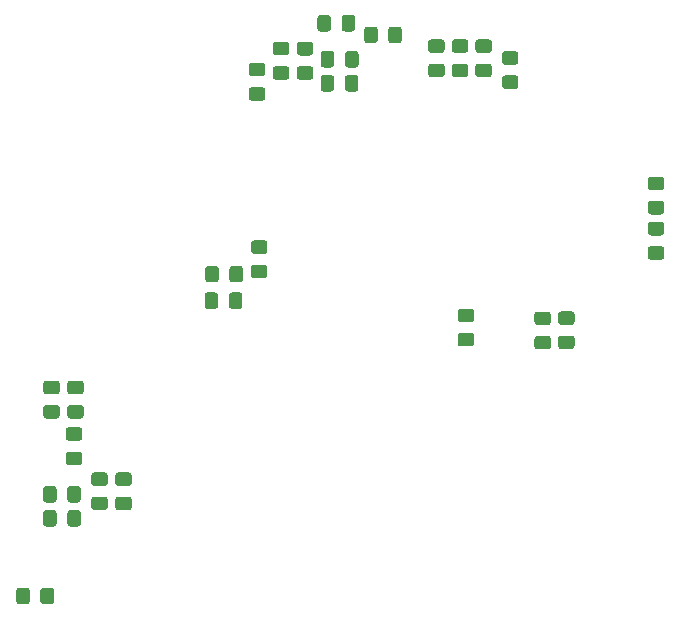
<source format=gbr>
%TF.GenerationSoftware,KiCad,Pcbnew,(5.1.6)-1*%
%TF.CreationDate,2020-12-19T20:46:54-03:30*%
%TF.ProjectId,graphics-card-rev-2,67726170-6869-4637-932d-636172642d72,rev?*%
%TF.SameCoordinates,Original*%
%TF.FileFunction,Paste,Bot*%
%TF.FilePolarity,Positive*%
%FSLAX46Y46*%
G04 Gerber Fmt 4.6, Leading zero omitted, Abs format (unit mm)*
G04 Created by KiCad (PCBNEW (5.1.6)-1) date 2020-12-19 20:46:54*
%MOMM*%
%LPD*%
G01*
G04 APERTURE LIST*
G04 APERTURE END LIST*
%TO.C,C5*%
G36*
G01*
X78925000Y-133450001D02*
X78925000Y-132549999D01*
G75*
G02*
X79174999Y-132300000I249999J0D01*
G01*
X79825001Y-132300000D01*
G75*
G02*
X80075000Y-132549999I0J-249999D01*
G01*
X80075000Y-133450001D01*
G75*
G02*
X79825001Y-133700000I-249999J0D01*
G01*
X79174999Y-133700000D01*
G75*
G02*
X78925000Y-133450001I0J249999D01*
G01*
G37*
G36*
G01*
X80975000Y-133450001D02*
X80975000Y-132549999D01*
G75*
G02*
X81224999Y-132300000I249999J0D01*
G01*
X81875001Y-132300000D01*
G75*
G02*
X82125000Y-132549999I0J-249999D01*
G01*
X82125000Y-133450001D01*
G75*
G02*
X81875001Y-133700000I-249999J0D01*
G01*
X81224999Y-133700000D01*
G75*
G02*
X80975000Y-133450001I0J249999D01*
G01*
G37*
%TD*%
%TO.C,C6*%
G36*
G01*
X80925000Y-135700001D02*
X80925000Y-134799999D01*
G75*
G02*
X81174999Y-134550000I249999J0D01*
G01*
X81825001Y-134550000D01*
G75*
G02*
X82075000Y-134799999I0J-249999D01*
G01*
X82075000Y-135700001D01*
G75*
G02*
X81825001Y-135950000I-249999J0D01*
G01*
X81174999Y-135950000D01*
G75*
G02*
X80925000Y-135700001I0J249999D01*
G01*
G37*
G36*
G01*
X78875000Y-135700001D02*
X78875000Y-134799999D01*
G75*
G02*
X79124999Y-134550000I249999J0D01*
G01*
X79775001Y-134550000D01*
G75*
G02*
X80025000Y-134799999I0J-249999D01*
G01*
X80025000Y-135700001D01*
G75*
G02*
X79775001Y-135950000I-249999J0D01*
G01*
X79124999Y-135950000D01*
G75*
G02*
X78875000Y-135700001I0J249999D01*
G01*
G37*
%TD*%
%TO.C,C7*%
G36*
G01*
X101450001Y-139125000D02*
X100549999Y-139125000D01*
G75*
G02*
X100300000Y-138875001I0J249999D01*
G01*
X100300000Y-138224999D01*
G75*
G02*
X100549999Y-137975000I249999J0D01*
G01*
X101450001Y-137975000D01*
G75*
G02*
X101700000Y-138224999I0J-249999D01*
G01*
X101700000Y-138875001D01*
G75*
G02*
X101450001Y-139125000I-249999J0D01*
G01*
G37*
G36*
G01*
X101450001Y-137075000D02*
X100549999Y-137075000D01*
G75*
G02*
X100300000Y-136825001I0J249999D01*
G01*
X100300000Y-136174999D01*
G75*
G02*
X100549999Y-135925000I249999J0D01*
G01*
X101450001Y-135925000D01*
G75*
G02*
X101700000Y-136174999I0J-249999D01*
G01*
X101700000Y-136825001D01*
G75*
G02*
X101450001Y-137075000I-249999J0D01*
G01*
G37*
%TD*%
%TO.C,C12*%
G36*
G01*
X109049999Y-136150000D02*
X109950001Y-136150000D01*
G75*
G02*
X110200000Y-136399999I0J-249999D01*
G01*
X110200000Y-137050001D01*
G75*
G02*
X109950001Y-137300000I-249999J0D01*
G01*
X109049999Y-137300000D01*
G75*
G02*
X108800000Y-137050001I0J249999D01*
G01*
X108800000Y-136399999D01*
G75*
G02*
X109049999Y-136150000I249999J0D01*
G01*
G37*
G36*
G01*
X109049999Y-138200000D02*
X109950001Y-138200000D01*
G75*
G02*
X110200000Y-138449999I0J-249999D01*
G01*
X110200000Y-139100001D01*
G75*
G02*
X109950001Y-139350000I-249999J0D01*
G01*
X109049999Y-139350000D01*
G75*
G02*
X108800000Y-139100001I0J249999D01*
G01*
X108800000Y-138449999D01*
G75*
G02*
X109049999Y-138200000I249999J0D01*
G01*
G37*
%TD*%
%TO.C,C28*%
G36*
G01*
X107049999Y-138225000D02*
X107950001Y-138225000D01*
G75*
G02*
X108200000Y-138474999I0J-249999D01*
G01*
X108200000Y-139125001D01*
G75*
G02*
X107950001Y-139375000I-249999J0D01*
G01*
X107049999Y-139375000D01*
G75*
G02*
X106800000Y-139125001I0J249999D01*
G01*
X106800000Y-138474999D01*
G75*
G02*
X107049999Y-138225000I249999J0D01*
G01*
G37*
G36*
G01*
X107049999Y-136175000D02*
X107950001Y-136175000D01*
G75*
G02*
X108200000Y-136424999I0J-249999D01*
G01*
X108200000Y-137075001D01*
G75*
G02*
X107950001Y-137325000I-249999J0D01*
G01*
X107049999Y-137325000D01*
G75*
G02*
X106800000Y-137075001I0J249999D01*
G01*
X106800000Y-136424999D01*
G75*
G02*
X107049999Y-136175000I249999J0D01*
G01*
G37*
%TD*%
%TO.C,C31*%
G36*
G01*
X104299999Y-114125000D02*
X105200001Y-114125000D01*
G75*
G02*
X105450000Y-114374999I0J-249999D01*
G01*
X105450000Y-115025001D01*
G75*
G02*
X105200001Y-115275000I-249999J0D01*
G01*
X104299999Y-115275000D01*
G75*
G02*
X104050000Y-115025001I0J249999D01*
G01*
X104050000Y-114374999D01*
G75*
G02*
X104299999Y-114125000I249999J0D01*
G01*
G37*
G36*
G01*
X104299999Y-116175000D02*
X105200001Y-116175000D01*
G75*
G02*
X105450000Y-116424999I0J-249999D01*
G01*
X105450000Y-117075001D01*
G75*
G02*
X105200001Y-117325000I-249999J0D01*
G01*
X104299999Y-117325000D01*
G75*
G02*
X104050000Y-117075001I0J249999D01*
G01*
X104050000Y-116424999D01*
G75*
G02*
X104299999Y-116175000I249999J0D01*
G01*
G37*
%TD*%
%TO.C,C34*%
G36*
G01*
X102049999Y-113125000D02*
X102950001Y-113125000D01*
G75*
G02*
X103200000Y-113374999I0J-249999D01*
G01*
X103200000Y-114025001D01*
G75*
G02*
X102950001Y-114275000I-249999J0D01*
G01*
X102049999Y-114275000D01*
G75*
G02*
X101800000Y-114025001I0J249999D01*
G01*
X101800000Y-113374999D01*
G75*
G02*
X102049999Y-113125000I249999J0D01*
G01*
G37*
G36*
G01*
X102049999Y-115175000D02*
X102950001Y-115175000D01*
G75*
G02*
X103200000Y-115424999I0J-249999D01*
G01*
X103200000Y-116075001D01*
G75*
G02*
X102950001Y-116325000I-249999J0D01*
G01*
X102049999Y-116325000D01*
G75*
G02*
X101800000Y-116075001I0J249999D01*
G01*
X101800000Y-115424999D01*
G75*
G02*
X102049999Y-115175000I249999J0D01*
G01*
G37*
%TD*%
%TO.C,C35*%
G36*
G01*
X100049999Y-113125000D02*
X100950001Y-113125000D01*
G75*
G02*
X101200000Y-113374999I0J-249999D01*
G01*
X101200000Y-114025001D01*
G75*
G02*
X100950001Y-114275000I-249999J0D01*
G01*
X100049999Y-114275000D01*
G75*
G02*
X99800000Y-114025001I0J249999D01*
G01*
X99800000Y-113374999D01*
G75*
G02*
X100049999Y-113125000I249999J0D01*
G01*
G37*
G36*
G01*
X100049999Y-115175000D02*
X100950001Y-115175000D01*
G75*
G02*
X101200000Y-115424999I0J-249999D01*
G01*
X101200000Y-116075001D01*
G75*
G02*
X100950001Y-116325000I-249999J0D01*
G01*
X100049999Y-116325000D01*
G75*
G02*
X99800000Y-116075001I0J249999D01*
G01*
X99800000Y-115424999D01*
G75*
G02*
X100049999Y-115175000I249999J0D01*
G01*
G37*
%TD*%
%TO.C,C36*%
G36*
G01*
X98049999Y-113125000D02*
X98950001Y-113125000D01*
G75*
G02*
X99200000Y-113374999I0J-249999D01*
G01*
X99200000Y-114025001D01*
G75*
G02*
X98950001Y-114275000I-249999J0D01*
G01*
X98049999Y-114275000D01*
G75*
G02*
X97800000Y-114025001I0J249999D01*
G01*
X97800000Y-113374999D01*
G75*
G02*
X98049999Y-113125000I249999J0D01*
G01*
G37*
G36*
G01*
X98049999Y-115175000D02*
X98950001Y-115175000D01*
G75*
G02*
X99200000Y-115424999I0J-249999D01*
G01*
X99200000Y-116075001D01*
G75*
G02*
X98950001Y-116325000I-249999J0D01*
G01*
X98049999Y-116325000D01*
G75*
G02*
X97800000Y-116075001I0J249999D01*
G01*
X97800000Y-115424999D01*
G75*
G02*
X98049999Y-115175000I249999J0D01*
G01*
G37*
%TD*%
%TO.C,C37*%
G36*
G01*
X94425000Y-113200001D02*
X94425000Y-112299999D01*
G75*
G02*
X94674999Y-112050000I249999J0D01*
G01*
X95325001Y-112050000D01*
G75*
G02*
X95575000Y-112299999I0J-249999D01*
G01*
X95575000Y-113200001D01*
G75*
G02*
X95325001Y-113450000I-249999J0D01*
G01*
X94674999Y-113450000D01*
G75*
G02*
X94425000Y-113200001I0J249999D01*
G01*
G37*
G36*
G01*
X92375000Y-113200001D02*
X92375000Y-112299999D01*
G75*
G02*
X92624999Y-112050000I249999J0D01*
G01*
X93275001Y-112050000D01*
G75*
G02*
X93525000Y-112299999I0J-249999D01*
G01*
X93525000Y-113200001D01*
G75*
G02*
X93275001Y-113450000I-249999J0D01*
G01*
X92624999Y-113450000D01*
G75*
G02*
X92375000Y-113200001I0J249999D01*
G01*
G37*
%TD*%
%TO.C,C48*%
G36*
G01*
X90747000Y-117290001D02*
X90747000Y-116389999D01*
G75*
G02*
X90996999Y-116140000I249999J0D01*
G01*
X91647001Y-116140000D01*
G75*
G02*
X91897000Y-116389999I0J-249999D01*
G01*
X91897000Y-117290001D01*
G75*
G02*
X91647001Y-117540000I-249999J0D01*
G01*
X90996999Y-117540000D01*
G75*
G02*
X90747000Y-117290001I0J249999D01*
G01*
G37*
G36*
G01*
X88697000Y-117290001D02*
X88697000Y-116389999D01*
G75*
G02*
X88946999Y-116140000I249999J0D01*
G01*
X89597001Y-116140000D01*
G75*
G02*
X89847000Y-116389999I0J-249999D01*
G01*
X89847000Y-117290001D01*
G75*
G02*
X89597001Y-117540000I-249999J0D01*
G01*
X88946999Y-117540000D01*
G75*
G02*
X88697000Y-117290001I0J249999D01*
G01*
G37*
%TD*%
%TO.C,C49*%
G36*
G01*
X86925999Y-113344000D02*
X87826001Y-113344000D01*
G75*
G02*
X88076000Y-113593999I0J-249999D01*
G01*
X88076000Y-114244001D01*
G75*
G02*
X87826001Y-114494000I-249999J0D01*
G01*
X86925999Y-114494000D01*
G75*
G02*
X86676000Y-114244001I0J249999D01*
G01*
X86676000Y-113593999D01*
G75*
G02*
X86925999Y-113344000I249999J0D01*
G01*
G37*
G36*
G01*
X86925999Y-115394000D02*
X87826001Y-115394000D01*
G75*
G02*
X88076000Y-115643999I0J-249999D01*
G01*
X88076000Y-116294001D01*
G75*
G02*
X87826001Y-116544000I-249999J0D01*
G01*
X86925999Y-116544000D01*
G75*
G02*
X86676000Y-116294001I0J249999D01*
G01*
X86676000Y-115643999D01*
G75*
G02*
X86925999Y-115394000I249999J0D01*
G01*
G37*
%TD*%
%TO.C,C50*%
G36*
G01*
X90756000Y-115258001D02*
X90756000Y-114357999D01*
G75*
G02*
X91005999Y-114108000I249999J0D01*
G01*
X91656001Y-114108000D01*
G75*
G02*
X91906000Y-114357999I0J-249999D01*
G01*
X91906000Y-115258001D01*
G75*
G02*
X91656001Y-115508000I-249999J0D01*
G01*
X91005999Y-115508000D01*
G75*
G02*
X90756000Y-115258001I0J249999D01*
G01*
G37*
G36*
G01*
X88706000Y-115258001D02*
X88706000Y-114357999D01*
G75*
G02*
X88955999Y-114108000I249999J0D01*
G01*
X89606001Y-114108000D01*
G75*
G02*
X89856000Y-114357999I0J-249999D01*
G01*
X89856000Y-115258001D01*
G75*
G02*
X89606001Y-115508000I-249999J0D01*
G01*
X88955999Y-115508000D01*
G75*
G02*
X88706000Y-115258001I0J249999D01*
G01*
G37*
%TD*%
%TO.C,C51*%
G36*
G01*
X84893999Y-113335000D02*
X85794001Y-113335000D01*
G75*
G02*
X86044000Y-113584999I0J-249999D01*
G01*
X86044000Y-114235001D01*
G75*
G02*
X85794001Y-114485000I-249999J0D01*
G01*
X84893999Y-114485000D01*
G75*
G02*
X84644000Y-114235001I0J249999D01*
G01*
X84644000Y-113584999D01*
G75*
G02*
X84893999Y-113335000I249999J0D01*
G01*
G37*
G36*
G01*
X84893999Y-115385000D02*
X85794001Y-115385000D01*
G75*
G02*
X86044000Y-115634999I0J-249999D01*
G01*
X86044000Y-116285001D01*
G75*
G02*
X85794001Y-116535000I-249999J0D01*
G01*
X84893999Y-116535000D01*
G75*
G02*
X84644000Y-116285001I0J249999D01*
G01*
X84644000Y-115634999D01*
G75*
G02*
X84893999Y-115385000I249999J0D01*
G01*
G37*
%TD*%
%TO.C,C52*%
G36*
G01*
X83049999Y-130150000D02*
X83950001Y-130150000D01*
G75*
G02*
X84200000Y-130399999I0J-249999D01*
G01*
X84200000Y-131050001D01*
G75*
G02*
X83950001Y-131300000I-249999J0D01*
G01*
X83049999Y-131300000D01*
G75*
G02*
X82800000Y-131050001I0J249999D01*
G01*
X82800000Y-130399999D01*
G75*
G02*
X83049999Y-130150000I249999J0D01*
G01*
G37*
G36*
G01*
X83049999Y-132200000D02*
X83950001Y-132200000D01*
G75*
G02*
X84200000Y-132449999I0J-249999D01*
G01*
X84200000Y-133100001D01*
G75*
G02*
X83950001Y-133350000I-249999J0D01*
G01*
X83049999Y-133350000D01*
G75*
G02*
X82800000Y-133100001I0J249999D01*
G01*
X82800000Y-132449999D01*
G75*
G02*
X83049999Y-132200000I249999J0D01*
G01*
G37*
%TD*%
%TO.C,C17*%
G36*
G01*
X116643999Y-124756000D02*
X117544001Y-124756000D01*
G75*
G02*
X117794000Y-125005999I0J-249999D01*
G01*
X117794000Y-125656001D01*
G75*
G02*
X117544001Y-125906000I-249999J0D01*
G01*
X116643999Y-125906000D01*
G75*
G02*
X116394000Y-125656001I0J249999D01*
G01*
X116394000Y-125005999D01*
G75*
G02*
X116643999Y-124756000I249999J0D01*
G01*
G37*
G36*
G01*
X116643999Y-126806000D02*
X117544001Y-126806000D01*
G75*
G02*
X117794000Y-127055999I0J-249999D01*
G01*
X117794000Y-127706001D01*
G75*
G02*
X117544001Y-127956000I-249999J0D01*
G01*
X116643999Y-127956000D01*
G75*
G02*
X116394000Y-127706001I0J249999D01*
G01*
X116394000Y-127055999D01*
G75*
G02*
X116643999Y-126806000I249999J0D01*
G01*
G37*
%TD*%
%TO.C,C20*%
G36*
G01*
X117544001Y-129734000D02*
X116643999Y-129734000D01*
G75*
G02*
X116394000Y-129484001I0J249999D01*
G01*
X116394000Y-128833999D01*
G75*
G02*
X116643999Y-128584000I249999J0D01*
G01*
X117544001Y-128584000D01*
G75*
G02*
X117794000Y-128833999I0J-249999D01*
G01*
X117794000Y-129484001D01*
G75*
G02*
X117544001Y-129734000I-249999J0D01*
G01*
G37*
G36*
G01*
X117544001Y-131784000D02*
X116643999Y-131784000D01*
G75*
G02*
X116394000Y-131534001I0J249999D01*
G01*
X116394000Y-130883999D01*
G75*
G02*
X116643999Y-130634000I249999J0D01*
G01*
X117544001Y-130634000D01*
G75*
G02*
X117794000Y-130883999I0J-249999D01*
G01*
X117794000Y-131534001D01*
G75*
G02*
X117544001Y-131784000I-249999J0D01*
G01*
G37*
%TD*%
%TO.C,C46*%
G36*
G01*
X70427001Y-150934000D02*
X69526999Y-150934000D01*
G75*
G02*
X69277000Y-150684001I0J249999D01*
G01*
X69277000Y-150033999D01*
G75*
G02*
X69526999Y-149784000I249999J0D01*
G01*
X70427001Y-149784000D01*
G75*
G02*
X70677000Y-150033999I0J-249999D01*
G01*
X70677000Y-150684001D01*
G75*
G02*
X70427001Y-150934000I-249999J0D01*
G01*
G37*
G36*
G01*
X70427001Y-152984000D02*
X69526999Y-152984000D01*
G75*
G02*
X69277000Y-152734001I0J249999D01*
G01*
X69277000Y-152083999D01*
G75*
G02*
X69526999Y-151834000I249999J0D01*
G01*
X70427001Y-151834000D01*
G75*
G02*
X70677000Y-152083999I0J-249999D01*
G01*
X70677000Y-152734001D01*
G75*
G02*
X70427001Y-152984000I-249999J0D01*
G01*
G37*
%TD*%
%TO.C,C47*%
G36*
G01*
X72459001Y-152993000D02*
X71558999Y-152993000D01*
G75*
G02*
X71309000Y-152743001I0J249999D01*
G01*
X71309000Y-152092999D01*
G75*
G02*
X71558999Y-151843000I249999J0D01*
G01*
X72459001Y-151843000D01*
G75*
G02*
X72709000Y-152092999I0J-249999D01*
G01*
X72709000Y-152743001D01*
G75*
G02*
X72459001Y-152993000I-249999J0D01*
G01*
G37*
G36*
G01*
X72459001Y-150943000D02*
X71558999Y-150943000D01*
G75*
G02*
X71309000Y-150693001I0J249999D01*
G01*
X71309000Y-150042999D01*
G75*
G02*
X71558999Y-149793000I249999J0D01*
G01*
X72459001Y-149793000D01*
G75*
G02*
X72709000Y-150042999I0J-249999D01*
G01*
X72709000Y-150693001D01*
G75*
G02*
X72459001Y-150943000I-249999J0D01*
G01*
G37*
%TD*%
%TO.C,C55*%
G36*
G01*
X62925000Y-160700001D02*
X62925000Y-159799999D01*
G75*
G02*
X63174999Y-159550000I249999J0D01*
G01*
X63825001Y-159550000D01*
G75*
G02*
X64075000Y-159799999I0J-249999D01*
G01*
X64075000Y-160700001D01*
G75*
G02*
X63825001Y-160950000I-249999J0D01*
G01*
X63174999Y-160950000D01*
G75*
G02*
X62925000Y-160700001I0J249999D01*
G01*
G37*
G36*
G01*
X64975000Y-160700001D02*
X64975000Y-159799999D01*
G75*
G02*
X65224999Y-159550000I249999J0D01*
G01*
X65875001Y-159550000D01*
G75*
G02*
X66125000Y-159799999I0J-249999D01*
G01*
X66125000Y-160700001D01*
G75*
G02*
X65875001Y-160950000I-249999J0D01*
G01*
X65224999Y-160950000D01*
G75*
G02*
X64975000Y-160700001I0J249999D01*
G01*
G37*
%TD*%
%TO.C,C66*%
G36*
G01*
X65193000Y-152088001D02*
X65193000Y-151187999D01*
G75*
G02*
X65442999Y-150938000I249999J0D01*
G01*
X66093001Y-150938000D01*
G75*
G02*
X66343000Y-151187999I0J-249999D01*
G01*
X66343000Y-152088001D01*
G75*
G02*
X66093001Y-152338000I-249999J0D01*
G01*
X65442999Y-152338000D01*
G75*
G02*
X65193000Y-152088001I0J249999D01*
G01*
G37*
G36*
G01*
X67243000Y-152088001D02*
X67243000Y-151187999D01*
G75*
G02*
X67492999Y-150938000I249999J0D01*
G01*
X68143001Y-150938000D01*
G75*
G02*
X68393000Y-151187999I0J-249999D01*
G01*
X68393000Y-152088001D01*
G75*
G02*
X68143001Y-152338000I-249999J0D01*
G01*
X67492999Y-152338000D01*
G75*
G02*
X67243000Y-152088001I0J249999D01*
G01*
G37*
%TD*%
%TO.C,C67*%
G36*
G01*
X88434000Y-112210001D02*
X88434000Y-111309999D01*
G75*
G02*
X88683999Y-111060000I249999J0D01*
G01*
X89334001Y-111060000D01*
G75*
G02*
X89584000Y-111309999I0J-249999D01*
G01*
X89584000Y-112210001D01*
G75*
G02*
X89334001Y-112460000I-249999J0D01*
G01*
X88683999Y-112460000D01*
G75*
G02*
X88434000Y-112210001I0J249999D01*
G01*
G37*
G36*
G01*
X90484000Y-112210001D02*
X90484000Y-111309999D01*
G75*
G02*
X90733999Y-111060000I249999J0D01*
G01*
X91384001Y-111060000D01*
G75*
G02*
X91634000Y-111309999I0J-249999D01*
G01*
X91634000Y-112210001D01*
G75*
G02*
X91384001Y-112460000I-249999J0D01*
G01*
X90733999Y-112460000D01*
G75*
G02*
X90484000Y-112210001I0J249999D01*
G01*
G37*
%TD*%
%TO.C,C64*%
G36*
G01*
X83762001Y-116263000D02*
X82861999Y-116263000D01*
G75*
G02*
X82612000Y-116013001I0J249999D01*
G01*
X82612000Y-115362999D01*
G75*
G02*
X82861999Y-115113000I249999J0D01*
G01*
X83762001Y-115113000D01*
G75*
G02*
X84012000Y-115362999I0J-249999D01*
G01*
X84012000Y-116013001D01*
G75*
G02*
X83762001Y-116263000I-249999J0D01*
G01*
G37*
G36*
G01*
X83762001Y-118313000D02*
X82861999Y-118313000D01*
G75*
G02*
X82612000Y-118063001I0J249999D01*
G01*
X82612000Y-117412999D01*
G75*
G02*
X82861999Y-117163000I249999J0D01*
G01*
X83762001Y-117163000D01*
G75*
G02*
X84012000Y-117412999I0J-249999D01*
G01*
X84012000Y-118063001D01*
G75*
G02*
X83762001Y-118313000I-249999J0D01*
G01*
G37*
%TD*%
%TO.C,R6*%
G36*
G01*
X68268001Y-149174000D02*
X67367999Y-149174000D01*
G75*
G02*
X67118000Y-148924001I0J249999D01*
G01*
X67118000Y-148273999D01*
G75*
G02*
X67367999Y-148024000I249999J0D01*
G01*
X68268001Y-148024000D01*
G75*
G02*
X68518000Y-148273999I0J-249999D01*
G01*
X68518000Y-148924001D01*
G75*
G02*
X68268001Y-149174000I-249999J0D01*
G01*
G37*
G36*
G01*
X68268001Y-147124000D02*
X67367999Y-147124000D01*
G75*
G02*
X67118000Y-146874001I0J249999D01*
G01*
X67118000Y-146223999D01*
G75*
G02*
X67367999Y-145974000I249999J0D01*
G01*
X68268001Y-145974000D01*
G75*
G02*
X68518000Y-146223999I0J-249999D01*
G01*
X68518000Y-146874001D01*
G75*
G02*
X68268001Y-147124000I-249999J0D01*
G01*
G37*
%TD*%
%TO.C,R8*%
G36*
G01*
X65462999Y-142028000D02*
X66363001Y-142028000D01*
G75*
G02*
X66613000Y-142277999I0J-249999D01*
G01*
X66613000Y-142928001D01*
G75*
G02*
X66363001Y-143178000I-249999J0D01*
G01*
X65462999Y-143178000D01*
G75*
G02*
X65213000Y-142928001I0J249999D01*
G01*
X65213000Y-142277999D01*
G75*
G02*
X65462999Y-142028000I249999J0D01*
G01*
G37*
G36*
G01*
X65462999Y-144078000D02*
X66363001Y-144078000D01*
G75*
G02*
X66613000Y-144327999I0J-249999D01*
G01*
X66613000Y-144978001D01*
G75*
G02*
X66363001Y-145228000I-249999J0D01*
G01*
X65462999Y-145228000D01*
G75*
G02*
X65213000Y-144978001I0J249999D01*
G01*
X65213000Y-144327999D01*
G75*
G02*
X65462999Y-144078000I249999J0D01*
G01*
G37*
%TD*%
%TO.C,R9*%
G36*
G01*
X67494999Y-144078000D02*
X68395001Y-144078000D01*
G75*
G02*
X68645000Y-144327999I0J-249999D01*
G01*
X68645000Y-144978001D01*
G75*
G02*
X68395001Y-145228000I-249999J0D01*
G01*
X67494999Y-145228000D01*
G75*
G02*
X67245000Y-144978001I0J249999D01*
G01*
X67245000Y-144327999D01*
G75*
G02*
X67494999Y-144078000I249999J0D01*
G01*
G37*
G36*
G01*
X67494999Y-142028000D02*
X68395001Y-142028000D01*
G75*
G02*
X68645000Y-142277999I0J-249999D01*
G01*
X68645000Y-142928001D01*
G75*
G02*
X68395001Y-143178000I-249999J0D01*
G01*
X67494999Y-143178000D01*
G75*
G02*
X67245000Y-142928001I0J249999D01*
G01*
X67245000Y-142277999D01*
G75*
G02*
X67494999Y-142028000I249999J0D01*
G01*
G37*
%TD*%
%TO.C,R18*%
G36*
G01*
X67252000Y-154120001D02*
X67252000Y-153219999D01*
G75*
G02*
X67501999Y-152970000I249999J0D01*
G01*
X68152001Y-152970000D01*
G75*
G02*
X68402000Y-153219999I0J-249999D01*
G01*
X68402000Y-154120001D01*
G75*
G02*
X68152001Y-154370000I-249999J0D01*
G01*
X67501999Y-154370000D01*
G75*
G02*
X67252000Y-154120001I0J249999D01*
G01*
G37*
G36*
G01*
X65202000Y-154120001D02*
X65202000Y-153219999D01*
G75*
G02*
X65451999Y-152970000I249999J0D01*
G01*
X66102001Y-152970000D01*
G75*
G02*
X66352000Y-153219999I0J-249999D01*
G01*
X66352000Y-154120001D01*
G75*
G02*
X66102001Y-154370000I-249999J0D01*
G01*
X65451999Y-154370000D01*
G75*
G02*
X65202000Y-154120001I0J249999D01*
G01*
G37*
%TD*%
M02*

</source>
